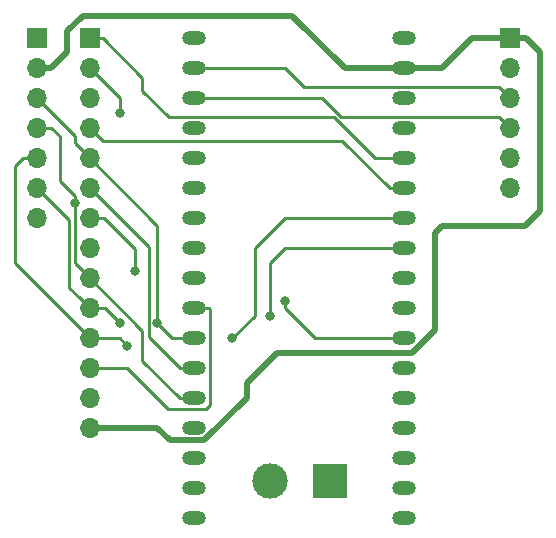
<source format=gbr>
G04 #@! TF.GenerationSoftware,KiCad,Pcbnew,(5.1.5)-2*
G04 #@! TF.CreationDate,2020-04-12T20:47:40+10:00*
G04 #@! TF.ProjectId,stm32-energymon,73746d33-322d-4656-9e65-7267796d6f6e,rev?*
G04 #@! TF.SameCoordinates,Original*
G04 #@! TF.FileFunction,Copper,L1,Top*
G04 #@! TF.FilePolarity,Positive*
%FSLAX46Y46*%
G04 Gerber Fmt 4.6, Leading zero omitted, Abs format (unit mm)*
G04 Created by KiCad (PCBNEW (5.1.5)-2) date 2020-04-12 20:47:40*
%MOMM*%
%LPD*%
G04 APERTURE LIST*
%ADD10O,1.700000X1.700000*%
%ADD11R,1.700000X1.700000*%
%ADD12C,3.000000*%
%ADD13R,3.000000X3.000000*%
%ADD14O,2.000000X1.200000*%
%ADD15C,0.800000*%
%ADD16C,0.500000*%
%ADD17C,0.250000*%
G04 APERTURE END LIST*
D10*
X83820000Y-78105000D03*
X83820000Y-75565000D03*
X83820000Y-73025000D03*
X83820000Y-70485000D03*
X83820000Y-67945000D03*
X83820000Y-65405000D03*
D11*
X83820000Y-62865000D03*
D10*
X123825000Y-75565000D03*
X123825000Y-73025000D03*
X123825000Y-70485000D03*
X123825000Y-67945000D03*
X123825000Y-65405000D03*
D11*
X123825000Y-62865000D03*
D12*
X103505000Y-100330000D03*
D13*
X108585000Y-100330000D03*
D10*
X88265000Y-95885000D03*
X88265000Y-93345000D03*
X88265000Y-90805000D03*
X88265000Y-88265000D03*
X88265000Y-85725000D03*
X88265000Y-83185000D03*
X88265000Y-80645000D03*
X88265000Y-78105000D03*
X88265000Y-75565000D03*
X88265000Y-73025000D03*
X88265000Y-70485000D03*
X88265000Y-67945000D03*
X88265000Y-65405000D03*
D11*
X88265000Y-62865000D03*
D14*
X97130000Y-103505000D03*
X114910000Y-103505000D03*
X97130000Y-100965000D03*
X114910000Y-100965000D03*
X97130000Y-98425000D03*
X114910000Y-98425000D03*
X97130000Y-95885000D03*
X114910000Y-95885000D03*
X97130000Y-93345000D03*
X114910000Y-93345000D03*
X97130000Y-90805000D03*
X114910000Y-90805000D03*
X97130000Y-88265000D03*
X114910000Y-88265000D03*
X97130000Y-85725000D03*
X114910000Y-85725000D03*
X97130000Y-83185000D03*
X114910000Y-83185000D03*
X97130000Y-80645000D03*
X114910000Y-80645000D03*
X97130000Y-78105000D03*
X114910000Y-78105000D03*
X97130000Y-75565000D03*
X114910000Y-75565000D03*
X97130000Y-73025000D03*
X114910000Y-73025000D03*
X97130000Y-70485000D03*
X114910000Y-70485000D03*
X97130000Y-67945000D03*
X114910000Y-67945000D03*
X97130000Y-65405000D03*
X114910000Y-65405000D03*
X97130000Y-62865000D03*
X114910000Y-62865000D03*
D15*
X91440000Y-88900000D03*
X100330000Y-88265000D03*
X90805000Y-86995000D03*
X103505000Y-86360000D03*
X86995000Y-76835000D03*
X93980000Y-86995000D03*
X92075000Y-82550000D03*
X104775000Y-85090000D03*
X90805000Y-69215000D03*
D16*
X114910000Y-65405000D02*
X118110000Y-65405000D01*
X120650000Y-62865000D02*
X123825000Y-62865000D01*
X118110000Y-65405000D02*
X120650000Y-62865000D01*
X88265000Y-95885000D02*
X93980000Y-95885000D01*
X93980000Y-95885000D02*
X95030010Y-96935010D01*
X97964928Y-96935010D02*
X101600000Y-93299938D01*
X95030010Y-96935010D02*
X97964928Y-96935010D01*
X101600000Y-93299938D02*
X101600000Y-92075000D01*
X101600000Y-92075000D02*
X104140000Y-89535000D01*
X104140000Y-89535000D02*
X115524938Y-89535000D01*
X125175000Y-62865000D02*
X123825000Y-62865000D01*
X126365000Y-64055000D02*
X125175000Y-62865000D01*
X115524938Y-89535000D02*
X117475000Y-87584938D01*
X117475000Y-87584938D02*
X117475000Y-79375000D01*
X117475000Y-79375000D02*
X118110000Y-78740000D01*
X118110000Y-78740000D02*
X125095000Y-78740000D01*
X125095000Y-78740000D02*
X126365000Y-77470000D01*
X126365000Y-64055000D02*
X126365000Y-77470000D01*
X85022081Y-65405000D02*
X86360000Y-64067081D01*
X83820000Y-65405000D02*
X85022081Y-65405000D01*
X86360000Y-62259998D02*
X87659998Y-60960000D01*
X86360000Y-64067081D02*
X86360000Y-62259998D01*
X87659998Y-60960000D02*
X105410000Y-60960000D01*
X109855000Y-65405000D02*
X114910000Y-65405000D01*
X105410000Y-60960000D02*
X109855000Y-65405000D01*
D17*
X88265000Y-90805000D02*
X91440000Y-90805000D01*
X94905010Y-94270010D02*
X98134990Y-94270010D01*
X91440000Y-90805000D02*
X94905010Y-94270010D01*
X98380000Y-85725000D02*
X97130000Y-85725000D01*
X98455010Y-85800010D02*
X98380000Y-85725000D01*
X98455010Y-93949990D02*
X98455010Y-85800010D01*
X98134990Y-94270010D02*
X98455010Y-93949990D01*
X88265000Y-88265000D02*
X90805000Y-88265000D01*
X90805000Y-88265000D02*
X91440000Y-88900000D01*
X100330000Y-88265000D02*
X102235000Y-86360000D01*
X102235000Y-86360000D02*
X102235000Y-80645000D01*
X104775000Y-78105000D02*
X114910000Y-78105000D01*
X102235000Y-80645000D02*
X104775000Y-78105000D01*
X82617919Y-73025000D02*
X81915000Y-73727919D01*
X83820000Y-73025000D02*
X82617919Y-73025000D01*
X81915000Y-81915000D02*
X88265000Y-88265000D01*
X81915000Y-73727919D02*
X81915000Y-81915000D01*
X88265000Y-85725000D02*
X89535000Y-85725000D01*
X89535000Y-85725000D02*
X90805000Y-86995000D01*
X104775000Y-80645000D02*
X114910000Y-80645000D01*
X103505000Y-86360000D02*
X103505000Y-81915000D01*
X103505000Y-81915000D02*
X104775000Y-80645000D01*
X86544989Y-84004989D02*
X87415001Y-84875001D01*
X86544989Y-78289989D02*
X86544989Y-84004989D01*
X87415001Y-84875001D02*
X88265000Y-85725000D01*
X83820000Y-75565000D02*
X86544989Y-78289989D01*
X95880000Y-93345000D02*
X92710000Y-90175000D01*
X97130000Y-93345000D02*
X95880000Y-93345000D01*
X92710000Y-87630000D02*
X88265000Y-83185000D01*
X92710000Y-90175000D02*
X92710000Y-87630000D01*
X87415001Y-82335001D02*
X88265000Y-83185000D01*
X85022081Y-70485000D02*
X85725000Y-71187919D01*
X83820000Y-70485000D02*
X85022081Y-70485000D01*
X85725000Y-74930000D02*
X86995000Y-76200000D01*
X85725000Y-71187919D02*
X85725000Y-74930000D01*
X86995000Y-81915000D02*
X87415001Y-82335001D01*
X86995000Y-76200000D02*
X86995000Y-81915000D01*
X95250000Y-88265000D02*
X93980000Y-86995000D01*
X97130000Y-88265000D02*
X95250000Y-88265000D01*
X93980000Y-78740000D02*
X88265000Y-73025000D01*
X93980000Y-86995000D02*
X93980000Y-78740000D01*
X83820000Y-67945000D02*
X86995000Y-71120000D01*
X86995000Y-71755000D02*
X88265000Y-73025000D01*
X86995000Y-71120000D02*
X86995000Y-71755000D01*
X89467081Y-78105000D02*
X92075000Y-80712919D01*
X88265000Y-78105000D02*
X89467081Y-78105000D01*
X92075000Y-80712919D02*
X92075000Y-82550000D01*
X104775000Y-85090000D02*
X104775000Y-85725000D01*
X107315000Y-88265000D02*
X114910000Y-88265000D01*
X104775000Y-85725000D02*
X107315000Y-88265000D01*
X95880000Y-90805000D02*
X93254998Y-88179998D01*
X97130000Y-90805000D02*
X95880000Y-90805000D01*
X89114999Y-76414999D02*
X88265000Y-75565000D01*
X93254998Y-80554998D02*
X89114999Y-76414999D01*
X93254998Y-88179998D02*
X93254998Y-80554998D01*
X88265000Y-65405000D02*
X90805000Y-67945000D01*
X90805000Y-67945000D02*
X90805000Y-69215000D01*
X89350009Y-71570009D02*
X109665009Y-71570009D01*
X88265000Y-70485000D02*
X89350009Y-71570009D01*
X113660000Y-75565000D02*
X114910000Y-75565000D01*
X109665009Y-71570009D02*
X113660000Y-75565000D01*
X89365000Y-62865000D02*
X92710000Y-66210000D01*
X88265000Y-62865000D02*
X89365000Y-62865000D01*
X92710000Y-66210000D02*
X92710000Y-67310000D01*
X92710000Y-67310000D02*
X94959990Y-69559990D01*
X94959990Y-69559990D02*
X108929990Y-69559990D01*
X112395000Y-73025000D02*
X114910000Y-73025000D01*
X108929990Y-69559990D02*
X112395000Y-73025000D01*
X109566400Y-69559990D02*
X107951410Y-67945000D01*
X122899990Y-69559990D02*
X109566400Y-69559990D01*
X107951410Y-67945000D02*
X98380000Y-67945000D01*
X98380000Y-67945000D02*
X97130000Y-67945000D01*
X123825000Y-70485000D02*
X122899990Y-69559990D01*
X122899990Y-67019990D02*
X106389990Y-67019990D01*
X123825000Y-67945000D02*
X122899990Y-67019990D01*
X104775000Y-65405000D02*
X97130000Y-65405000D01*
X106389990Y-67019990D02*
X104775000Y-65405000D01*
M02*

</source>
